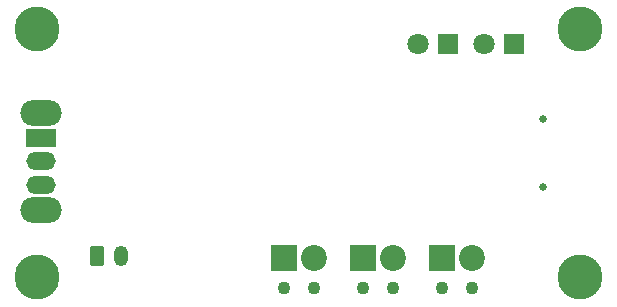
<source format=gbr>
%TF.GenerationSoftware,KiCad,Pcbnew,8.0.9-8.0.9-0~ubuntu22.04.1*%
%TF.CreationDate,2025-07-15T10:59:46-04:00*%
%TF.ProjectId,schematics,73636865-6d61-4746-9963-732e6b696361,rev?*%
%TF.SameCoordinates,Original*%
%TF.FileFunction,Soldermask,Bot*%
%TF.FilePolarity,Negative*%
%FSLAX46Y46*%
G04 Gerber Fmt 4.6, Leading zero omitted, Abs format (unit mm)*
G04 Created by KiCad (PCBNEW 8.0.9-8.0.9-0~ubuntu22.04.1) date 2025-07-15 10:59:46*
%MOMM*%
%LPD*%
G01*
G04 APERTURE LIST*
G04 Aperture macros list*
%AMRoundRect*
0 Rectangle with rounded corners*
0 $1 Rounding radius*
0 $2 $3 $4 $5 $6 $7 $8 $9 X,Y pos of 4 corners*
0 Add a 4 corners polygon primitive as box body*
4,1,4,$2,$3,$4,$5,$6,$7,$8,$9,$2,$3,0*
0 Add four circle primitives for the rounded corners*
1,1,$1+$1,$2,$3*
1,1,$1+$1,$4,$5*
1,1,$1+$1,$6,$7*
1,1,$1+$1,$8,$9*
0 Add four rect primitives between the rounded corners*
20,1,$1+$1,$2,$3,$4,$5,0*
20,1,$1+$1,$4,$5,$6,$7,0*
20,1,$1+$1,$6,$7,$8,$9,0*
20,1,$1+$1,$8,$9,$2,$3,0*%
G04 Aperture macros list end*
%ADD10C,1.100000*%
%ADD11R,2.200000X2.200000*%
%ADD12C,2.200000*%
%ADD13C,0.650000*%
%ADD14C,3.800000*%
%ADD15R,1.800000X1.800000*%
%ADD16C,1.800000*%
%ADD17RoundRect,0.250000X-0.350000X-0.625000X0.350000X-0.625000X0.350000X0.625000X-0.350000X0.625000X0*%
%ADD18O,1.200000X1.750000*%
%ADD19O,3.500000X2.200000*%
%ADD20R,2.500000X1.500000*%
%ADD21O,2.500000X1.500000*%
G04 APERTURE END LIST*
D10*
%TO.C,J3*%
X154320000Y-98540000D03*
X156860000Y-98540000D03*
D11*
X154320000Y-96000000D03*
D12*
X156860000Y-96000000D03*
%TD*%
D13*
%TO.C,J1*%
X176195000Y-89990000D03*
X176195000Y-84210000D03*
%TD*%
D14*
%TO.C,REF\u002A\u002A*%
X133400000Y-97599998D03*
%TD*%
%TO.C,REF\u002A\u002A*%
X133399999Y-76599997D03*
%TD*%
D10*
%TO.C,J5*%
X167660000Y-98540000D03*
X170200000Y-98540000D03*
D11*
X167660000Y-96000000D03*
D12*
X170200000Y-96000000D03*
%TD*%
D10*
%TO.C,J4*%
X161000000Y-98540000D03*
X163540000Y-98540000D03*
D11*
X161000000Y-96000000D03*
D12*
X163540000Y-96000000D03*
%TD*%
D15*
%TO.C,D1*%
X173770000Y-77835000D03*
D16*
X171230000Y-77835000D03*
%TD*%
D14*
%TO.C,REF\u002A\u002A*%
X179400000Y-97599998D03*
%TD*%
%TO.C,REF\u002A\u002A*%
X179400000Y-76599998D03*
%TD*%
D17*
%TO.C,J2*%
X138500000Y-95800000D03*
D18*
X140500000Y-95800000D03*
%TD*%
D19*
%TO.C,SW1*%
X133700000Y-83700000D03*
X133700000Y-91900000D03*
D20*
X133700000Y-85800000D03*
D21*
X133700000Y-87800000D03*
X133700000Y-89800000D03*
%TD*%
D15*
%TO.C,D2*%
X168170000Y-77835000D03*
D16*
X165630000Y-77835000D03*
%TD*%
M02*

</source>
